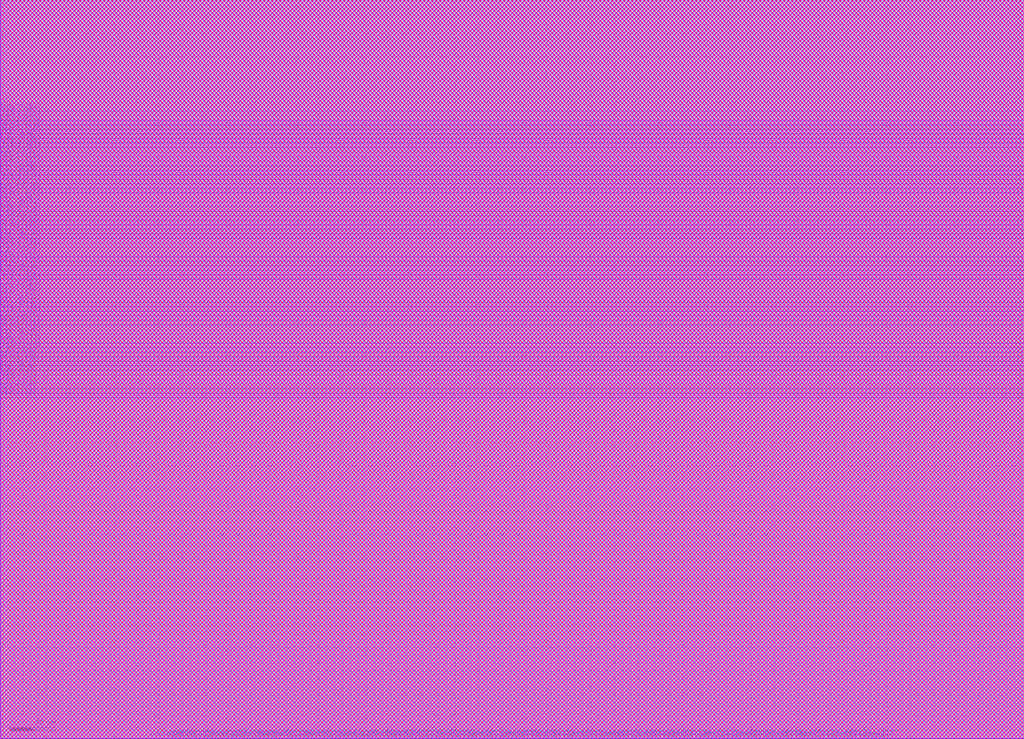
<source format=lef>
##
## LEF for PtnCells ;
## created by Innovus v15.23-s045_1 on Fri Mar 21 17:38:02 2025
##

VERSION 5.8 ;

BUSBITCHARS "[]" ;
DIVIDERCHAR "/" ;

MACRO core
  CLASS BLOCK ;
  SIZE 900.0000 BY 650.0000 ;
  FOREIGN core 0.0000 0.0000 ;
  ORIGIN 0 0 ;
  SYMMETRY X Y R90 ;
  PIN clk
    DIRECTION INPUT ;
    USE SIGNAL ;
    PORT
      LAYER M4 ;
        RECT 450.0500 649.4800 450.1500 650.0000 ;
    END
  END clk
  PIN clk_o
    DIRECTION INPUT ;
    USE SIGNAL ;
    PORT
      LAYER M4 ;
        RECT 454.0500 649.4800 454.1500 650.0000 ;
    END
  END clk_o
  PIN sum_out[23]
    DIRECTION OUTPUT ;
    USE SIGNAL ;
    PORT
      LAYER M4 ;
        RECT 742.0500 649.4800 742.1500 650.0000 ;
    END
  END sum_out[23]
  PIN sum_out[22]
    DIRECTION OUTPUT ;
    USE SIGNAL ;
    PORT
      LAYER M4 ;
        RECT 738.0500 649.4800 738.1500 650.0000 ;
    END
  END sum_out[22]
  PIN sum_out[21]
    DIRECTION OUTPUT ;
    USE SIGNAL ;
    PORT
      LAYER M4 ;
        RECT 734.0500 649.4800 734.1500 650.0000 ;
    END
  END sum_out[21]
  PIN sum_out[20]
    DIRECTION OUTPUT ;
    USE SIGNAL ;
    PORT
      LAYER M4 ;
        RECT 730.0500 649.4800 730.1500 650.0000 ;
    END
  END sum_out[20]
  PIN sum_out[19]
    DIRECTION OUTPUT ;
    USE SIGNAL ;
    PORT
      LAYER M4 ;
        RECT 726.0500 649.4800 726.1500 650.0000 ;
    END
  END sum_out[19]
  PIN sum_out[18]
    DIRECTION OUTPUT ;
    USE SIGNAL ;
    PORT
      LAYER M4 ;
        RECT 722.0500 649.4800 722.1500 650.0000 ;
    END
  END sum_out[18]
  PIN sum_out[17]
    DIRECTION OUTPUT ;
    USE SIGNAL ;
    PORT
      LAYER M4 ;
        RECT 718.0500 649.4800 718.1500 650.0000 ;
    END
  END sum_out[17]
  PIN sum_out[16]
    DIRECTION OUTPUT ;
    USE SIGNAL ;
    PORT
      LAYER M4 ;
        RECT 714.0500 649.4800 714.1500 650.0000 ;
    END
  END sum_out[16]
  PIN sum_out[15]
    DIRECTION OUTPUT ;
    USE SIGNAL ;
    PORT
      LAYER M4 ;
        RECT 710.0500 649.4800 710.1500 650.0000 ;
    END
  END sum_out[15]
  PIN sum_out[14]
    DIRECTION OUTPUT ;
    USE SIGNAL ;
    PORT
      LAYER M4 ;
        RECT 706.0500 649.4800 706.1500 650.0000 ;
    END
  END sum_out[14]
  PIN sum_out[13]
    DIRECTION OUTPUT ;
    USE SIGNAL ;
    PORT
      LAYER M4 ;
        RECT 702.0500 649.4800 702.1500 650.0000 ;
    END
  END sum_out[13]
  PIN sum_out[12]
    DIRECTION OUTPUT ;
    USE SIGNAL ;
    PORT
      LAYER M4 ;
        RECT 698.0500 649.4800 698.1500 650.0000 ;
    END
  END sum_out[12]
  PIN sum_out[11]
    DIRECTION OUTPUT ;
    USE SIGNAL ;
    PORT
      LAYER M4 ;
        RECT 694.0500 649.4800 694.1500 650.0000 ;
    END
  END sum_out[11]
  PIN sum_out[10]
    DIRECTION OUTPUT ;
    USE SIGNAL ;
    PORT
      LAYER M4 ;
        RECT 690.0500 649.4800 690.1500 650.0000 ;
    END
  END sum_out[10]
  PIN sum_out[9]
    DIRECTION OUTPUT ;
    USE SIGNAL ;
    PORT
      LAYER M4 ;
        RECT 686.0500 649.4800 686.1500 650.0000 ;
    END
  END sum_out[9]
  PIN sum_out[8]
    DIRECTION OUTPUT ;
    USE SIGNAL ;
    PORT
      LAYER M4 ;
        RECT 682.0500 649.4800 682.1500 650.0000 ;
    END
  END sum_out[8]
  PIN sum_out[7]
    DIRECTION OUTPUT ;
    USE SIGNAL ;
    PORT
      LAYER M4 ;
        RECT 678.0500 649.4800 678.1500 650.0000 ;
    END
  END sum_out[7]
  PIN sum_out[6]
    DIRECTION OUTPUT ;
    USE SIGNAL ;
    PORT
      LAYER M4 ;
        RECT 674.0500 649.4800 674.1500 650.0000 ;
    END
  END sum_out[6]
  PIN sum_out[5]
    DIRECTION OUTPUT ;
    USE SIGNAL ;
    PORT
      LAYER M4 ;
        RECT 670.0500 649.4800 670.1500 650.0000 ;
    END
  END sum_out[5]
  PIN sum_out[4]
    DIRECTION OUTPUT ;
    USE SIGNAL ;
    PORT
      LAYER M4 ;
        RECT 666.0500 649.4800 666.1500 650.0000 ;
    END
  END sum_out[4]
  PIN sum_out[3]
    DIRECTION OUTPUT ;
    USE SIGNAL ;
    PORT
      LAYER M4 ;
        RECT 662.0500 649.4800 662.1500 650.0000 ;
    END
  END sum_out[3]
  PIN sum_out[2]
    DIRECTION OUTPUT ;
    USE SIGNAL ;
    PORT
      LAYER M4 ;
        RECT 658.0500 649.4800 658.1500 650.0000 ;
    END
  END sum_out[2]
  PIN sum_out[1]
    DIRECTION OUTPUT ;
    USE SIGNAL ;
    PORT
      LAYER M4 ;
        RECT 654.0500 649.4800 654.1500 650.0000 ;
    END
  END sum_out[1]
  PIN sum_out[0]
    DIRECTION OUTPUT ;
    USE SIGNAL ;
    PORT
      LAYER M4 ;
        RECT 650.0500 649.4800 650.1500 650.0000 ;
    END
  END sum_out[0]
  PIN sum_in[23]
    DIRECTION INPUT ;
    USE SIGNAL ;
    PORT
      LAYER M4 ;
        RECT 646.0500 649.4800 646.1500 650.0000 ;
    END
  END sum_in[23]
  PIN sum_in[22]
    DIRECTION INPUT ;
    USE SIGNAL ;
    PORT
      LAYER M4 ;
        RECT 642.0500 649.4800 642.1500 650.0000 ;
    END
  END sum_in[22]
  PIN sum_in[21]
    DIRECTION INPUT ;
    USE SIGNAL ;
    PORT
      LAYER M4 ;
        RECT 638.0500 649.4800 638.1500 650.0000 ;
    END
  END sum_in[21]
  PIN sum_in[20]
    DIRECTION INPUT ;
    USE SIGNAL ;
    PORT
      LAYER M4 ;
        RECT 634.0500 649.4800 634.1500 650.0000 ;
    END
  END sum_in[20]
  PIN sum_in[19]
    DIRECTION INPUT ;
    USE SIGNAL ;
    PORT
      LAYER M4 ;
        RECT 630.0500 649.4800 630.1500 650.0000 ;
    END
  END sum_in[19]
  PIN sum_in[18]
    DIRECTION INPUT ;
    USE SIGNAL ;
    PORT
      LAYER M4 ;
        RECT 626.0500 649.4800 626.1500 650.0000 ;
    END
  END sum_in[18]
  PIN sum_in[17]
    DIRECTION INPUT ;
    USE SIGNAL ;
    PORT
      LAYER M4 ;
        RECT 622.0500 649.4800 622.1500 650.0000 ;
    END
  END sum_in[17]
  PIN sum_in[16]
    DIRECTION INPUT ;
    USE SIGNAL ;
    PORT
      LAYER M4 ;
        RECT 618.0500 649.4800 618.1500 650.0000 ;
    END
  END sum_in[16]
  PIN sum_in[15]
    DIRECTION INPUT ;
    USE SIGNAL ;
    PORT
      LAYER M4 ;
        RECT 614.0500 649.4800 614.1500 650.0000 ;
    END
  END sum_in[15]
  PIN sum_in[14]
    DIRECTION INPUT ;
    USE SIGNAL ;
    PORT
      LAYER M4 ;
        RECT 610.0500 649.4800 610.1500 650.0000 ;
    END
  END sum_in[14]
  PIN sum_in[13]
    DIRECTION INPUT ;
    USE SIGNAL ;
    PORT
      LAYER M4 ;
        RECT 606.0500 649.4800 606.1500 650.0000 ;
    END
  END sum_in[13]
  PIN sum_in[12]
    DIRECTION INPUT ;
    USE SIGNAL ;
    PORT
      LAYER M4 ;
        RECT 602.0500 649.4800 602.1500 650.0000 ;
    END
  END sum_in[12]
  PIN sum_in[11]
    DIRECTION INPUT ;
    USE SIGNAL ;
    PORT
      LAYER M4 ;
        RECT 598.0500 649.4800 598.1500 650.0000 ;
    END
  END sum_in[11]
  PIN sum_in[10]
    DIRECTION INPUT ;
    USE SIGNAL ;
    PORT
      LAYER M4 ;
        RECT 594.0500 649.4800 594.1500 650.0000 ;
    END
  END sum_in[10]
  PIN sum_in[9]
    DIRECTION INPUT ;
    USE SIGNAL ;
    PORT
      LAYER M4 ;
        RECT 590.0500 649.4800 590.1500 650.0000 ;
    END
  END sum_in[9]
  PIN sum_in[8]
    DIRECTION INPUT ;
    USE SIGNAL ;
    PORT
      LAYER M4 ;
        RECT 586.0500 649.4800 586.1500 650.0000 ;
    END
  END sum_in[8]
  PIN sum_in[7]
    DIRECTION INPUT ;
    USE SIGNAL ;
    PORT
      LAYER M4 ;
        RECT 582.0500 649.4800 582.1500 650.0000 ;
    END
  END sum_in[7]
  PIN sum_in[6]
    DIRECTION INPUT ;
    USE SIGNAL ;
    PORT
      LAYER M4 ;
        RECT 578.0500 649.4800 578.1500 650.0000 ;
    END
  END sum_in[6]
  PIN sum_in[5]
    DIRECTION INPUT ;
    USE SIGNAL ;
    PORT
      LAYER M4 ;
        RECT 574.0500 649.4800 574.1500 650.0000 ;
    END
  END sum_in[5]
  PIN sum_in[4]
    DIRECTION INPUT ;
    USE SIGNAL ;
    PORT
      LAYER M4 ;
        RECT 570.0500 649.4800 570.1500 650.0000 ;
    END
  END sum_in[4]
  PIN sum_in[3]
    DIRECTION INPUT ;
    USE SIGNAL ;
    PORT
      LAYER M4 ;
        RECT 566.0500 649.4800 566.1500 650.0000 ;
    END
  END sum_in[3]
  PIN sum_in[2]
    DIRECTION INPUT ;
    USE SIGNAL ;
    PORT
      LAYER M4 ;
        RECT 562.0500 649.4800 562.1500 650.0000 ;
    END
  END sum_in[2]
  PIN sum_in[1]
    DIRECTION INPUT ;
    USE SIGNAL ;
    PORT
      LAYER M4 ;
        RECT 558.0500 649.4800 558.1500 650.0000 ;
    END
  END sum_in[1]
  PIN sum_in[0]
    DIRECTION INPUT ;
    USE SIGNAL ;
    PORT
      LAYER M4 ;
        RECT 554.0500 649.4800 554.1500 650.0000 ;
    END
  END sum_in[0]
  PIN mem_in[63]
    DIRECTION INPUT ;
    USE SIGNAL ;
    PORT
      LAYER M3 ;
        RECT 0.0000 551.9500 0.5200 552.0500 ;
    END
  END mem_in[63]
  PIN mem_in[62]
    DIRECTION INPUT ;
    USE SIGNAL ;
    PORT
      LAYER M3 ;
        RECT 0.0000 547.9500 0.5200 548.0500 ;
    END
  END mem_in[62]
  PIN mem_in[61]
    DIRECTION INPUT ;
    USE SIGNAL ;
    PORT
      LAYER M3 ;
        RECT 0.0000 543.9500 0.5200 544.0500 ;
    END
  END mem_in[61]
  PIN mem_in[60]
    DIRECTION INPUT ;
    USE SIGNAL ;
    PORT
      LAYER M3 ;
        RECT 0.0000 539.9500 0.5200 540.0500 ;
    END
  END mem_in[60]
  PIN mem_in[59]
    DIRECTION INPUT ;
    USE SIGNAL ;
    PORT
      LAYER M3 ;
        RECT 0.0000 535.9500 0.5200 536.0500 ;
    END
  END mem_in[59]
  PIN mem_in[58]
    DIRECTION INPUT ;
    USE SIGNAL ;
    PORT
      LAYER M3 ;
        RECT 0.0000 531.9500 0.5200 532.0500 ;
    END
  END mem_in[58]
  PIN mem_in[57]
    DIRECTION INPUT ;
    USE SIGNAL ;
    PORT
      LAYER M3 ;
        RECT 0.0000 527.9500 0.5200 528.0500 ;
    END
  END mem_in[57]
  PIN mem_in[56]
    DIRECTION INPUT ;
    USE SIGNAL ;
    PORT
      LAYER M3 ;
        RECT 0.0000 523.9500 0.5200 524.0500 ;
    END
  END mem_in[56]
  PIN mem_in[55]
    DIRECTION INPUT ;
    USE SIGNAL ;
    PORT
      LAYER M3 ;
        RECT 0.0000 519.9500 0.5200 520.0500 ;
    END
  END mem_in[55]
  PIN mem_in[54]
    DIRECTION INPUT ;
    USE SIGNAL ;
    PORT
      LAYER M3 ;
        RECT 0.0000 515.9500 0.5200 516.0500 ;
    END
  END mem_in[54]
  PIN mem_in[53]
    DIRECTION INPUT ;
    USE SIGNAL ;
    PORT
      LAYER M3 ;
        RECT 0.0000 511.9500 0.5200 512.0500 ;
    END
  END mem_in[53]
  PIN mem_in[52]
    DIRECTION INPUT ;
    USE SIGNAL ;
    PORT
      LAYER M3 ;
        RECT 0.0000 507.9500 0.5200 508.0500 ;
    END
  END mem_in[52]
  PIN mem_in[51]
    DIRECTION INPUT ;
    USE SIGNAL ;
    PORT
      LAYER M3 ;
        RECT 0.0000 503.9500 0.5200 504.0500 ;
    END
  END mem_in[51]
  PIN mem_in[50]
    DIRECTION INPUT ;
    USE SIGNAL ;
    PORT
      LAYER M3 ;
        RECT 0.0000 499.9500 0.5200 500.0500 ;
    END
  END mem_in[50]
  PIN mem_in[49]
    DIRECTION INPUT ;
    USE SIGNAL ;
    PORT
      LAYER M3 ;
        RECT 0.0000 495.9500 0.5200 496.0500 ;
    END
  END mem_in[49]
  PIN mem_in[48]
    DIRECTION INPUT ;
    USE SIGNAL ;
    PORT
      LAYER M3 ;
        RECT 0.0000 491.9500 0.5200 492.0500 ;
    END
  END mem_in[48]
  PIN mem_in[47]
    DIRECTION INPUT ;
    USE SIGNAL ;
    PORT
      LAYER M3 ;
        RECT 0.0000 487.9500 0.5200 488.0500 ;
    END
  END mem_in[47]
  PIN mem_in[46]
    DIRECTION INPUT ;
    USE SIGNAL ;
    PORT
      LAYER M3 ;
        RECT 0.0000 483.9500 0.5200 484.0500 ;
    END
  END mem_in[46]
  PIN mem_in[45]
    DIRECTION INPUT ;
    USE SIGNAL ;
    PORT
      LAYER M3 ;
        RECT 0.0000 479.9500 0.5200 480.0500 ;
    END
  END mem_in[45]
  PIN mem_in[44]
    DIRECTION INPUT ;
    USE SIGNAL ;
    PORT
      LAYER M3 ;
        RECT 0.0000 475.9500 0.5200 476.0500 ;
    END
  END mem_in[44]
  PIN mem_in[43]
    DIRECTION INPUT ;
    USE SIGNAL ;
    PORT
      LAYER M3 ;
        RECT 0.0000 471.9500 0.5200 472.0500 ;
    END
  END mem_in[43]
  PIN mem_in[42]
    DIRECTION INPUT ;
    USE SIGNAL ;
    PORT
      LAYER M3 ;
        RECT 0.0000 467.9500 0.5200 468.0500 ;
    END
  END mem_in[42]
  PIN mem_in[41]
    DIRECTION INPUT ;
    USE SIGNAL ;
    PORT
      LAYER M3 ;
        RECT 0.0000 463.9500 0.5200 464.0500 ;
    END
  END mem_in[41]
  PIN mem_in[40]
    DIRECTION INPUT ;
    USE SIGNAL ;
    PORT
      LAYER M3 ;
        RECT 0.0000 459.9500 0.5200 460.0500 ;
    END
  END mem_in[40]
  PIN mem_in[39]
    DIRECTION INPUT ;
    USE SIGNAL ;
    PORT
      LAYER M3 ;
        RECT 0.0000 455.9500 0.5200 456.0500 ;
    END
  END mem_in[39]
  PIN mem_in[38]
    DIRECTION INPUT ;
    USE SIGNAL ;
    PORT
      LAYER M3 ;
        RECT 0.0000 451.9500 0.5200 452.0500 ;
    END
  END mem_in[38]
  PIN mem_in[37]
    DIRECTION INPUT ;
    USE SIGNAL ;
    PORT
      LAYER M3 ;
        RECT 0.0000 447.9500 0.5200 448.0500 ;
    END
  END mem_in[37]
  PIN mem_in[36]
    DIRECTION INPUT ;
    USE SIGNAL ;
    PORT
      LAYER M3 ;
        RECT 0.0000 443.9500 0.5200 444.0500 ;
    END
  END mem_in[36]
  PIN mem_in[35]
    DIRECTION INPUT ;
    USE SIGNAL ;
    PORT
      LAYER M3 ;
        RECT 0.0000 439.9500 0.5200 440.0500 ;
    END
  END mem_in[35]
  PIN mem_in[34]
    DIRECTION INPUT ;
    USE SIGNAL ;
    PORT
      LAYER M3 ;
        RECT 0.0000 435.9500 0.5200 436.0500 ;
    END
  END mem_in[34]
  PIN mem_in[33]
    DIRECTION INPUT ;
    USE SIGNAL ;
    PORT
      LAYER M3 ;
        RECT 0.0000 431.9500 0.5200 432.0500 ;
    END
  END mem_in[33]
  PIN mem_in[32]
    DIRECTION INPUT ;
    USE SIGNAL ;
    PORT
      LAYER M3 ;
        RECT 0.0000 427.9500 0.5200 428.0500 ;
    END
  END mem_in[32]
  PIN mem_in[31]
    DIRECTION INPUT ;
    USE SIGNAL ;
    PORT
      LAYER M3 ;
        RECT 0.0000 423.9500 0.5200 424.0500 ;
    END
  END mem_in[31]
  PIN mem_in[30]
    DIRECTION INPUT ;
    USE SIGNAL ;
    PORT
      LAYER M3 ;
        RECT 0.0000 419.9500 0.5200 420.0500 ;
    END
  END mem_in[30]
  PIN mem_in[29]
    DIRECTION INPUT ;
    USE SIGNAL ;
    PORT
      LAYER M3 ;
        RECT 0.0000 415.9500 0.5200 416.0500 ;
    END
  END mem_in[29]
  PIN mem_in[28]
    DIRECTION INPUT ;
    USE SIGNAL ;
    PORT
      LAYER M3 ;
        RECT 0.0000 411.9500 0.5200 412.0500 ;
    END
  END mem_in[28]
  PIN mem_in[27]
    DIRECTION INPUT ;
    USE SIGNAL ;
    PORT
      LAYER M3 ;
        RECT 0.0000 407.9500 0.5200 408.0500 ;
    END
  END mem_in[27]
  PIN mem_in[26]
    DIRECTION INPUT ;
    USE SIGNAL ;
    PORT
      LAYER M3 ;
        RECT 0.0000 403.9500 0.5200 404.0500 ;
    END
  END mem_in[26]
  PIN mem_in[25]
    DIRECTION INPUT ;
    USE SIGNAL ;
    PORT
      LAYER M3 ;
        RECT 0.0000 399.9500 0.5200 400.0500 ;
    END
  END mem_in[25]
  PIN mem_in[24]
    DIRECTION INPUT ;
    USE SIGNAL ;
    PORT
      LAYER M3 ;
        RECT 0.0000 395.9500 0.5200 396.0500 ;
    END
  END mem_in[24]
  PIN mem_in[23]
    DIRECTION INPUT ;
    USE SIGNAL ;
    PORT
      LAYER M3 ;
        RECT 0.0000 391.9500 0.5200 392.0500 ;
    END
  END mem_in[23]
  PIN mem_in[22]
    DIRECTION INPUT ;
    USE SIGNAL ;
    PORT
      LAYER M3 ;
        RECT 0.0000 387.9500 0.5200 388.0500 ;
    END
  END mem_in[22]
  PIN mem_in[21]
    DIRECTION INPUT ;
    USE SIGNAL ;
    PORT
      LAYER M3 ;
        RECT 0.0000 383.9500 0.5200 384.0500 ;
    END
  END mem_in[21]
  PIN mem_in[20]
    DIRECTION INPUT ;
    USE SIGNAL ;
    PORT
      LAYER M3 ;
        RECT 0.0000 379.9500 0.5200 380.0500 ;
    END
  END mem_in[20]
  PIN mem_in[19]
    DIRECTION INPUT ;
    USE SIGNAL ;
    PORT
      LAYER M3 ;
        RECT 0.0000 375.9500 0.5200 376.0500 ;
    END
  END mem_in[19]
  PIN mem_in[18]
    DIRECTION INPUT ;
    USE SIGNAL ;
    PORT
      LAYER M3 ;
        RECT 0.0000 371.9500 0.5200 372.0500 ;
    END
  END mem_in[18]
  PIN mem_in[17]
    DIRECTION INPUT ;
    USE SIGNAL ;
    PORT
      LAYER M3 ;
        RECT 0.0000 367.9500 0.5200 368.0500 ;
    END
  END mem_in[17]
  PIN mem_in[16]
    DIRECTION INPUT ;
    USE SIGNAL ;
    PORT
      LAYER M3 ;
        RECT 0.0000 363.9500 0.5200 364.0500 ;
    END
  END mem_in[16]
  PIN mem_in[15]
    DIRECTION INPUT ;
    USE SIGNAL ;
    PORT
      LAYER M3 ;
        RECT 0.0000 359.9500 0.5200 360.0500 ;
    END
  END mem_in[15]
  PIN mem_in[14]
    DIRECTION INPUT ;
    USE SIGNAL ;
    PORT
      LAYER M3 ;
        RECT 0.0000 355.9500 0.5200 356.0500 ;
    END
  END mem_in[14]
  PIN mem_in[13]
    DIRECTION INPUT ;
    USE SIGNAL ;
    PORT
      LAYER M3 ;
        RECT 0.0000 351.9500 0.5200 352.0500 ;
    END
  END mem_in[13]
  PIN mem_in[12]
    DIRECTION INPUT ;
    USE SIGNAL ;
    PORT
      LAYER M3 ;
        RECT 0.0000 347.9500 0.5200 348.0500 ;
    END
  END mem_in[12]
  PIN mem_in[11]
    DIRECTION INPUT ;
    USE SIGNAL ;
    PORT
      LAYER M3 ;
        RECT 0.0000 343.9500 0.5200 344.0500 ;
    END
  END mem_in[11]
  PIN mem_in[10]
    DIRECTION INPUT ;
    USE SIGNAL ;
    PORT
      LAYER M3 ;
        RECT 0.0000 339.9500 0.5200 340.0500 ;
    END
  END mem_in[10]
  PIN mem_in[9]
    DIRECTION INPUT ;
    USE SIGNAL ;
    PORT
      LAYER M3 ;
        RECT 0.0000 335.9500 0.5200 336.0500 ;
    END
  END mem_in[9]
  PIN mem_in[8]
    DIRECTION INPUT ;
    USE SIGNAL ;
    PORT
      LAYER M3 ;
        RECT 0.0000 331.9500 0.5200 332.0500 ;
    END
  END mem_in[8]
  PIN mem_in[7]
    DIRECTION INPUT ;
    USE SIGNAL ;
    PORT
      LAYER M3 ;
        RECT 0.0000 327.9500 0.5200 328.0500 ;
    END
  END mem_in[7]
  PIN mem_in[6]
    DIRECTION INPUT ;
    USE SIGNAL ;
    PORT
      LAYER M3 ;
        RECT 0.0000 323.9500 0.5200 324.0500 ;
    END
  END mem_in[6]
  PIN mem_in[5]
    DIRECTION INPUT ;
    USE SIGNAL ;
    PORT
      LAYER M3 ;
        RECT 0.0000 319.9500 0.5200 320.0500 ;
    END
  END mem_in[5]
  PIN mem_in[4]
    DIRECTION INPUT ;
    USE SIGNAL ;
    PORT
      LAYER M3 ;
        RECT 0.0000 315.9500 0.5200 316.0500 ;
    END
  END mem_in[4]
  PIN mem_in[3]
    DIRECTION INPUT ;
    USE SIGNAL ;
    PORT
      LAYER M3 ;
        RECT 0.0000 311.9500 0.5200 312.0500 ;
    END
  END mem_in[3]
  PIN mem_in[2]
    DIRECTION INPUT ;
    USE SIGNAL ;
    PORT
      LAYER M3 ;
        RECT 0.0000 307.9500 0.5200 308.0500 ;
    END
  END mem_in[2]
  PIN mem_in[1]
    DIRECTION INPUT ;
    USE SIGNAL ;
    PORT
      LAYER M3 ;
        RECT 0.0000 303.9500 0.5200 304.0500 ;
    END
  END mem_in[1]
  PIN mem_in[0]
    DIRECTION INPUT ;
    USE SIGNAL ;
    PORT
      LAYER M3 ;
        RECT 0.0000 299.9500 0.5200 300.0500 ;
    END
  END mem_in[0]
  PIN out[159]
    DIRECTION OUTPUT ;
    USE SIGNAL ;
    PORT
      LAYER M4 ;
        RECT 131.8500 0.0000 131.9500 0.5200 ;
    END
  END out[159]
  PIN out[158]
    DIRECTION OUTPUT ;
    USE SIGNAL ;
    PORT
      LAYER M4 ;
        RECT 135.8500 0.0000 135.9500 0.5200 ;
    END
  END out[158]
  PIN out[157]
    DIRECTION OUTPUT ;
    USE SIGNAL ;
    PORT
      LAYER M4 ;
        RECT 139.8500 0.0000 139.9500 0.5200 ;
    END
  END out[157]
  PIN out[156]
    DIRECTION OUTPUT ;
    USE SIGNAL ;
    PORT
      LAYER M4 ;
        RECT 143.8500 0.0000 143.9500 0.5200 ;
    END
  END out[156]
  PIN out[155]
    DIRECTION OUTPUT ;
    USE SIGNAL ;
    PORT
      LAYER M4 ;
        RECT 147.8500 0.0000 147.9500 0.5200 ;
    END
  END out[155]
  PIN out[154]
    DIRECTION OUTPUT ;
    USE SIGNAL ;
    PORT
      LAYER M4 ;
        RECT 151.8500 0.0000 151.9500 0.5200 ;
    END
  END out[154]
  PIN out[153]
    DIRECTION OUTPUT ;
    USE SIGNAL ;
    PORT
      LAYER M4 ;
        RECT 155.8500 0.0000 155.9500 0.5200 ;
    END
  END out[153]
  PIN out[152]
    DIRECTION OUTPUT ;
    USE SIGNAL ;
    PORT
      LAYER M4 ;
        RECT 159.8500 0.0000 159.9500 0.5200 ;
    END
  END out[152]
  PIN out[151]
    DIRECTION OUTPUT ;
    USE SIGNAL ;
    PORT
      LAYER M4 ;
        RECT 163.8500 0.0000 163.9500 0.5200 ;
    END
  END out[151]
  PIN out[150]
    DIRECTION OUTPUT ;
    USE SIGNAL ;
    PORT
      LAYER M4 ;
        RECT 167.8500 0.0000 167.9500 0.5200 ;
    END
  END out[150]
  PIN out[149]
    DIRECTION OUTPUT ;
    USE SIGNAL ;
    PORT
      LAYER M4 ;
        RECT 171.8500 0.0000 171.9500 0.5200 ;
    END
  END out[149]
  PIN out[148]
    DIRECTION OUTPUT ;
    USE SIGNAL ;
    PORT
      LAYER M4 ;
        RECT 175.8500 0.0000 175.9500 0.5200 ;
    END
  END out[148]
  PIN out[147]
    DIRECTION OUTPUT ;
    USE SIGNAL ;
    PORT
      LAYER M4 ;
        RECT 179.8500 0.0000 179.9500 0.5200 ;
    END
  END out[147]
  PIN out[146]
    DIRECTION OUTPUT ;
    USE SIGNAL ;
    PORT
      LAYER M4 ;
        RECT 183.8500 0.0000 183.9500 0.5200 ;
    END
  END out[146]
  PIN out[145]
    DIRECTION OUTPUT ;
    USE SIGNAL ;
    PORT
      LAYER M4 ;
        RECT 187.8500 0.0000 187.9500 0.5200 ;
    END
  END out[145]
  PIN out[144]
    DIRECTION OUTPUT ;
    USE SIGNAL ;
    PORT
      LAYER M4 ;
        RECT 191.8500 0.0000 191.9500 0.5200 ;
    END
  END out[144]
  PIN out[143]
    DIRECTION OUTPUT ;
    USE SIGNAL ;
    PORT
      LAYER M4 ;
        RECT 195.8500 0.0000 195.9500 0.5200 ;
    END
  END out[143]
  PIN out[142]
    DIRECTION OUTPUT ;
    USE SIGNAL ;
    PORT
      LAYER M4 ;
        RECT 199.8500 0.0000 199.9500 0.5200 ;
    END
  END out[142]
  PIN out[141]
    DIRECTION OUTPUT ;
    USE SIGNAL ;
    PORT
      LAYER M4 ;
        RECT 203.8500 0.0000 203.9500 0.5200 ;
    END
  END out[141]
  PIN out[140]
    DIRECTION OUTPUT ;
    USE SIGNAL ;
    PORT
      LAYER M4 ;
        RECT 207.8500 0.0000 207.9500 0.5200 ;
    END
  END out[140]
  PIN out[139]
    DIRECTION OUTPUT ;
    USE SIGNAL ;
    PORT
      LAYER M4 ;
        RECT 211.8500 0.0000 211.9500 0.5200 ;
    END
  END out[139]
  PIN out[138]
    DIRECTION OUTPUT ;
    USE SIGNAL ;
    PORT
      LAYER M4 ;
        RECT 215.8500 0.0000 215.9500 0.5200 ;
    END
  END out[138]
  PIN out[137]
    DIRECTION OUTPUT ;
    USE SIGNAL ;
    PORT
      LAYER M4 ;
        RECT 219.8500 0.0000 219.9500 0.5200 ;
    END
  END out[137]
  PIN out[136]
    DIRECTION OUTPUT ;
    USE SIGNAL ;
    PORT
      LAYER M4 ;
        RECT 223.8500 0.0000 223.9500 0.5200 ;
    END
  END out[136]
  PIN out[135]
    DIRECTION OUTPUT ;
    USE SIGNAL ;
    PORT
      LAYER M4 ;
        RECT 227.8500 0.0000 227.9500 0.5200 ;
    END
  END out[135]
  PIN out[134]
    DIRECTION OUTPUT ;
    USE SIGNAL ;
    PORT
      LAYER M4 ;
        RECT 231.8500 0.0000 231.9500 0.5200 ;
    END
  END out[134]
  PIN out[133]
    DIRECTION OUTPUT ;
    USE SIGNAL ;
    PORT
      LAYER M4 ;
        RECT 235.8500 0.0000 235.9500 0.5200 ;
    END
  END out[133]
  PIN out[132]
    DIRECTION OUTPUT ;
    USE SIGNAL ;
    PORT
      LAYER M4 ;
        RECT 239.8500 0.0000 239.9500 0.5200 ;
    END
  END out[132]
  PIN out[131]
    DIRECTION OUTPUT ;
    USE SIGNAL ;
    PORT
      LAYER M4 ;
        RECT 243.8500 0.0000 243.9500 0.5200 ;
    END
  END out[131]
  PIN out[130]
    DIRECTION OUTPUT ;
    USE SIGNAL ;
    PORT
      LAYER M4 ;
        RECT 247.8500 0.0000 247.9500 0.5200 ;
    END
  END out[130]
  PIN out[129]
    DIRECTION OUTPUT ;
    USE SIGNAL ;
    PORT
      LAYER M4 ;
        RECT 251.8500 0.0000 251.9500 0.5200 ;
    END
  END out[129]
  PIN out[128]
    DIRECTION OUTPUT ;
    USE SIGNAL ;
    PORT
      LAYER M4 ;
        RECT 255.8500 0.0000 255.9500 0.5200 ;
    END
  END out[128]
  PIN out[127]
    DIRECTION OUTPUT ;
    USE SIGNAL ;
    PORT
      LAYER M4 ;
        RECT 259.8500 0.0000 259.9500 0.5200 ;
    END
  END out[127]
  PIN out[126]
    DIRECTION OUTPUT ;
    USE SIGNAL ;
    PORT
      LAYER M4 ;
        RECT 263.8500 0.0000 263.9500 0.5200 ;
    END
  END out[126]
  PIN out[125]
    DIRECTION OUTPUT ;
    USE SIGNAL ;
    PORT
      LAYER M4 ;
        RECT 267.8500 0.0000 267.9500 0.5200 ;
    END
  END out[125]
  PIN out[124]
    DIRECTION OUTPUT ;
    USE SIGNAL ;
    PORT
      LAYER M4 ;
        RECT 271.8500 0.0000 271.9500 0.5200 ;
    END
  END out[124]
  PIN out[123]
    DIRECTION OUTPUT ;
    USE SIGNAL ;
    PORT
      LAYER M4 ;
        RECT 275.8500 0.0000 275.9500 0.5200 ;
    END
  END out[123]
  PIN out[122]
    DIRECTION OUTPUT ;
    USE SIGNAL ;
    PORT
      LAYER M4 ;
        RECT 279.8500 0.0000 279.9500 0.5200 ;
    END
  END out[122]
  PIN out[121]
    DIRECTION OUTPUT ;
    USE SIGNAL ;
    PORT
      LAYER M4 ;
        RECT 283.8500 0.0000 283.9500 0.5200 ;
    END
  END out[121]
  PIN out[120]
    DIRECTION OUTPUT ;
    USE SIGNAL ;
    PORT
      LAYER M4 ;
        RECT 287.8500 0.0000 287.9500 0.5200 ;
    END
  END out[120]
  PIN out[119]
    DIRECTION OUTPUT ;
    USE SIGNAL ;
    PORT
      LAYER M4 ;
        RECT 291.8500 0.0000 291.9500 0.5200 ;
    END
  END out[119]
  PIN out[118]
    DIRECTION OUTPUT ;
    USE SIGNAL ;
    PORT
      LAYER M4 ;
        RECT 295.8500 0.0000 295.9500 0.5200 ;
    END
  END out[118]
  PIN out[117]
    DIRECTION OUTPUT ;
    USE SIGNAL ;
    PORT
      LAYER M4 ;
        RECT 299.8500 0.0000 299.9500 0.5200 ;
    END
  END out[117]
  PIN out[116]
    DIRECTION OUTPUT ;
    USE SIGNAL ;
    PORT
      LAYER M4 ;
        RECT 303.8500 0.0000 303.9500 0.5200 ;
    END
  END out[116]
  PIN out[115]
    DIRECTION OUTPUT ;
    USE SIGNAL ;
    PORT
      LAYER M4 ;
        RECT 307.8500 0.0000 307.9500 0.5200 ;
    END
  END out[115]
  PIN out[114]
    DIRECTION OUTPUT ;
    USE SIGNAL ;
    PORT
      LAYER M4 ;
        RECT 311.8500 0.0000 311.9500 0.5200 ;
    END
  END out[114]
  PIN out[113]
    DIRECTION OUTPUT ;
    USE SIGNAL ;
    PORT
      LAYER M4 ;
        RECT 315.8500 0.0000 315.9500 0.5200 ;
    END
  END out[113]
  PIN out[112]
    DIRECTION OUTPUT ;
    USE SIGNAL ;
    PORT
      LAYER M4 ;
        RECT 319.8500 0.0000 319.9500 0.5200 ;
    END
  END out[112]
  PIN out[111]
    DIRECTION OUTPUT ;
    USE SIGNAL ;
    PORT
      LAYER M4 ;
        RECT 323.8500 0.0000 323.9500 0.5200 ;
    END
  END out[111]
  PIN out[110]
    DIRECTION OUTPUT ;
    USE SIGNAL ;
    PORT
      LAYER M4 ;
        RECT 327.8500 0.0000 327.9500 0.5200 ;
    END
  END out[110]
  PIN out[109]
    DIRECTION OUTPUT ;
    USE SIGNAL ;
    PORT
      LAYER M4 ;
        RECT 331.8500 0.0000 331.9500 0.5200 ;
    END
  END out[109]
  PIN out[108]
    DIRECTION OUTPUT ;
    USE SIGNAL ;
    PORT
      LAYER M4 ;
        RECT 335.8500 0.0000 335.9500 0.5200 ;
    END
  END out[108]
  PIN out[107]
    DIRECTION OUTPUT ;
    USE SIGNAL ;
    PORT
      LAYER M4 ;
        RECT 339.8500 0.0000 339.9500 0.5200 ;
    END
  END out[107]
  PIN out[106]
    DIRECTION OUTPUT ;
    USE SIGNAL ;
    PORT
      LAYER M4 ;
        RECT 343.8500 0.0000 343.9500 0.5200 ;
    END
  END out[106]
  PIN out[105]
    DIRECTION OUTPUT ;
    USE SIGNAL ;
    PORT
      LAYER M4 ;
        RECT 347.8500 0.0000 347.9500 0.5200 ;
    END
  END out[105]
  PIN out[104]
    DIRECTION OUTPUT ;
    USE SIGNAL ;
    PORT
      LAYER M4 ;
        RECT 351.8500 0.0000 351.9500 0.5200 ;
    END
  END out[104]
  PIN out[103]
    DIRECTION OUTPUT ;
    USE SIGNAL ;
    PORT
      LAYER M4 ;
        RECT 355.8500 0.0000 355.9500 0.5200 ;
    END
  END out[103]
  PIN out[102]
    DIRECTION OUTPUT ;
    USE SIGNAL ;
    PORT
      LAYER M4 ;
        RECT 359.8500 0.0000 359.9500 0.5200 ;
    END
  END out[102]
  PIN out[101]
    DIRECTION OUTPUT ;
    USE SIGNAL ;
    PORT
      LAYER M4 ;
        RECT 363.8500 0.0000 363.9500 0.5200 ;
    END
  END out[101]
  PIN out[100]
    DIRECTION OUTPUT ;
    USE SIGNAL ;
    PORT
      LAYER M4 ;
        RECT 367.8500 0.0000 367.9500 0.5200 ;
    END
  END out[100]
  PIN out[99]
    DIRECTION OUTPUT ;
    USE SIGNAL ;
    PORT
      LAYER M4 ;
        RECT 371.8500 0.0000 371.9500 0.5200 ;
    END
  END out[99]
  PIN out[98]
    DIRECTION OUTPUT ;
    USE SIGNAL ;
    PORT
      LAYER M4 ;
        RECT 375.8500 0.0000 375.9500 0.5200 ;
    END
  END out[98]
  PIN out[97]
    DIRECTION OUTPUT ;
    USE SIGNAL ;
    PORT
      LAYER M4 ;
        RECT 379.8500 0.0000 379.9500 0.5200 ;
    END
  END out[97]
  PIN out[96]
    DIRECTION OUTPUT ;
    USE SIGNAL ;
    PORT
      LAYER M4 ;
        RECT 383.8500 0.0000 383.9500 0.5200 ;
    END
  END out[96]
  PIN out[95]
    DIRECTION OUTPUT ;
    USE SIGNAL ;
    PORT
      LAYER M4 ;
        RECT 387.8500 0.0000 387.9500 0.5200 ;
    END
  END out[95]
  PIN out[94]
    DIRECTION OUTPUT ;
    USE SIGNAL ;
    PORT
      LAYER M4 ;
        RECT 391.8500 0.0000 391.9500 0.5200 ;
    END
  END out[94]
  PIN out[93]
    DIRECTION OUTPUT ;
    USE SIGNAL ;
    PORT
      LAYER M4 ;
        RECT 395.8500 0.0000 395.9500 0.5200 ;
    END
  END out[93]
  PIN out[92]
    DIRECTION OUTPUT ;
    USE SIGNAL ;
    PORT
      LAYER M4 ;
        RECT 399.8500 0.0000 399.9500 0.5200 ;
    END
  END out[92]
  PIN out[91]
    DIRECTION OUTPUT ;
    USE SIGNAL ;
    PORT
      LAYER M4 ;
        RECT 403.8500 0.0000 403.9500 0.5200 ;
    END
  END out[91]
  PIN out[90]
    DIRECTION OUTPUT ;
    USE SIGNAL ;
    PORT
      LAYER M4 ;
        RECT 407.8500 0.0000 407.9500 0.5200 ;
    END
  END out[90]
  PIN out[89]
    DIRECTION OUTPUT ;
    USE SIGNAL ;
    PORT
      LAYER M4 ;
        RECT 411.8500 0.0000 411.9500 0.5200 ;
    END
  END out[89]
  PIN out[88]
    DIRECTION OUTPUT ;
    USE SIGNAL ;
    PORT
      LAYER M4 ;
        RECT 415.8500 0.0000 415.9500 0.5200 ;
    END
  END out[88]
  PIN out[87]
    DIRECTION OUTPUT ;
    USE SIGNAL ;
    PORT
      LAYER M4 ;
        RECT 419.8500 0.0000 419.9500 0.5200 ;
    END
  END out[87]
  PIN out[86]
    DIRECTION OUTPUT ;
    USE SIGNAL ;
    PORT
      LAYER M4 ;
        RECT 423.8500 0.0000 423.9500 0.5200 ;
    END
  END out[86]
  PIN out[85]
    DIRECTION OUTPUT ;
    USE SIGNAL ;
    PORT
      LAYER M4 ;
        RECT 427.8500 0.0000 427.9500 0.5200 ;
    END
  END out[85]
  PIN out[84]
    DIRECTION OUTPUT ;
    USE SIGNAL ;
    PORT
      LAYER M4 ;
        RECT 431.8500 0.0000 431.9500 0.5200 ;
    END
  END out[84]
  PIN out[83]
    DIRECTION OUTPUT ;
    USE SIGNAL ;
    PORT
      LAYER M4 ;
        RECT 435.8500 0.0000 435.9500 0.5200 ;
    END
  END out[83]
  PIN out[82]
    DIRECTION OUTPUT ;
    USE SIGNAL ;
    PORT
      LAYER M4 ;
        RECT 439.8500 0.0000 439.9500 0.5200 ;
    END
  END out[82]
  PIN out[81]
    DIRECTION OUTPUT ;
    USE SIGNAL ;
    PORT
      LAYER M4 ;
        RECT 443.8500 0.0000 443.9500 0.5200 ;
    END
  END out[81]
  PIN out[80]
    DIRECTION OUTPUT ;
    USE SIGNAL ;
    PORT
      LAYER M4 ;
        RECT 447.8500 0.0000 447.9500 0.5200 ;
    END
  END out[80]
  PIN out[79]
    DIRECTION OUTPUT ;
    USE SIGNAL ;
    PORT
      LAYER M4 ;
        RECT 451.8500 0.0000 451.9500 0.5200 ;
    END
  END out[79]
  PIN out[78]
    DIRECTION OUTPUT ;
    USE SIGNAL ;
    PORT
      LAYER M4 ;
        RECT 455.8500 0.0000 455.9500 0.5200 ;
    END
  END out[78]
  PIN out[77]
    DIRECTION OUTPUT ;
    USE SIGNAL ;
    PORT
      LAYER M4 ;
        RECT 459.8500 0.0000 459.9500 0.5200 ;
    END
  END out[77]
  PIN out[76]
    DIRECTION OUTPUT ;
    USE SIGNAL ;
    PORT
      LAYER M4 ;
        RECT 463.8500 0.0000 463.9500 0.5200 ;
    END
  END out[76]
  PIN out[75]
    DIRECTION OUTPUT ;
    USE SIGNAL ;
    PORT
      LAYER M4 ;
        RECT 467.8500 0.0000 467.9500 0.5200 ;
    END
  END out[75]
  PIN out[74]
    DIRECTION OUTPUT ;
    USE SIGNAL ;
    PORT
      LAYER M4 ;
        RECT 471.8500 0.0000 471.9500 0.5200 ;
    END
  END out[74]
  PIN out[73]
    DIRECTION OUTPUT ;
    USE SIGNAL ;
    PORT
      LAYER M4 ;
        RECT 475.8500 0.0000 475.9500 0.5200 ;
    END
  END out[73]
  PIN out[72]
    DIRECTION OUTPUT ;
    USE SIGNAL ;
    PORT
      LAYER M4 ;
        RECT 479.8500 0.0000 479.9500 0.5200 ;
    END
  END out[72]
  PIN out[71]
    DIRECTION OUTPUT ;
    USE SIGNAL ;
    PORT
      LAYER M4 ;
        RECT 483.8500 0.0000 483.9500 0.5200 ;
    END
  END out[71]
  PIN out[70]
    DIRECTION OUTPUT ;
    USE SIGNAL ;
    PORT
      LAYER M4 ;
        RECT 487.8500 0.0000 487.9500 0.5200 ;
    END
  END out[70]
  PIN out[69]
    DIRECTION OUTPUT ;
    USE SIGNAL ;
    PORT
      LAYER M4 ;
        RECT 491.8500 0.0000 491.9500 0.5200 ;
    END
  END out[69]
  PIN out[68]
    DIRECTION OUTPUT ;
    USE SIGNAL ;
    PORT
      LAYER M4 ;
        RECT 495.8500 0.0000 495.9500 0.5200 ;
    END
  END out[68]
  PIN out[67]
    DIRECTION OUTPUT ;
    USE SIGNAL ;
    PORT
      LAYER M4 ;
        RECT 499.8500 0.0000 499.9500 0.5200 ;
    END
  END out[67]
  PIN out[66]
    DIRECTION OUTPUT ;
    USE SIGNAL ;
    PORT
      LAYER M4 ;
        RECT 503.8500 0.0000 503.9500 0.5200 ;
    END
  END out[66]
  PIN out[65]
    DIRECTION OUTPUT ;
    USE SIGNAL ;
    PORT
      LAYER M4 ;
        RECT 507.8500 0.0000 507.9500 0.5200 ;
    END
  END out[65]
  PIN out[64]
    DIRECTION OUTPUT ;
    USE SIGNAL ;
    PORT
      LAYER M4 ;
        RECT 511.8500 0.0000 511.9500 0.5200 ;
    END
  END out[64]
  PIN out[63]
    DIRECTION OUTPUT ;
    USE SIGNAL ;
    PORT
      LAYER M4 ;
        RECT 515.8500 0.0000 515.9500 0.5200 ;
    END
  END out[63]
  PIN out[62]
    DIRECTION OUTPUT ;
    USE SIGNAL ;
    PORT
      LAYER M4 ;
        RECT 519.8500 0.0000 519.9500 0.5200 ;
    END
  END out[62]
  PIN out[61]
    DIRECTION OUTPUT ;
    USE SIGNAL ;
    PORT
      LAYER M4 ;
        RECT 523.8500 0.0000 523.9500 0.5200 ;
    END
  END out[61]
  PIN out[60]
    DIRECTION OUTPUT ;
    USE SIGNAL ;
    PORT
      LAYER M4 ;
        RECT 527.8500 0.0000 527.9500 0.5200 ;
    END
  END out[60]
  PIN out[59]
    DIRECTION OUTPUT ;
    USE SIGNAL ;
    PORT
      LAYER M4 ;
        RECT 531.8500 0.0000 531.9500 0.5200 ;
    END
  END out[59]
  PIN out[58]
    DIRECTION OUTPUT ;
    USE SIGNAL ;
    PORT
      LAYER M4 ;
        RECT 535.8500 0.0000 535.9500 0.5200 ;
    END
  END out[58]
  PIN out[57]
    DIRECTION OUTPUT ;
    USE SIGNAL ;
    PORT
      LAYER M4 ;
        RECT 539.8500 0.0000 539.9500 0.5200 ;
    END
  END out[57]
  PIN out[56]
    DIRECTION OUTPUT ;
    USE SIGNAL ;
    PORT
      LAYER M4 ;
        RECT 543.8500 0.0000 543.9500 0.5200 ;
    END
  END out[56]
  PIN out[55]
    DIRECTION OUTPUT ;
    USE SIGNAL ;
    PORT
      LAYER M4 ;
        RECT 547.8500 0.0000 547.9500 0.5200 ;
    END
  END out[55]
  PIN out[54]
    DIRECTION OUTPUT ;
    USE SIGNAL ;
    PORT
      LAYER M4 ;
        RECT 551.8500 0.0000 551.9500 0.5200 ;
    END
  END out[54]
  PIN out[53]
    DIRECTION OUTPUT ;
    USE SIGNAL ;
    PORT
      LAYER M4 ;
        RECT 555.8500 0.0000 555.9500 0.5200 ;
    END
  END out[53]
  PIN out[52]
    DIRECTION OUTPUT ;
    USE SIGNAL ;
    PORT
      LAYER M4 ;
        RECT 559.8500 0.0000 559.9500 0.5200 ;
    END
  END out[52]
  PIN out[51]
    DIRECTION OUTPUT ;
    USE SIGNAL ;
    PORT
      LAYER M4 ;
        RECT 563.8500 0.0000 563.9500 0.5200 ;
    END
  END out[51]
  PIN out[50]
    DIRECTION OUTPUT ;
    USE SIGNAL ;
    PORT
      LAYER M4 ;
        RECT 567.8500 0.0000 567.9500 0.5200 ;
    END
  END out[50]
  PIN out[49]
    DIRECTION OUTPUT ;
    USE SIGNAL ;
    PORT
      LAYER M4 ;
        RECT 571.8500 0.0000 571.9500 0.5200 ;
    END
  END out[49]
  PIN out[48]
    DIRECTION OUTPUT ;
    USE SIGNAL ;
    PORT
      LAYER M4 ;
        RECT 575.8500 0.0000 575.9500 0.5200 ;
    END
  END out[48]
  PIN out[47]
    DIRECTION OUTPUT ;
    USE SIGNAL ;
    PORT
      LAYER M4 ;
        RECT 579.8500 0.0000 579.9500 0.5200 ;
    END
  END out[47]
  PIN out[46]
    DIRECTION OUTPUT ;
    USE SIGNAL ;
    PORT
      LAYER M4 ;
        RECT 583.8500 0.0000 583.9500 0.5200 ;
    END
  END out[46]
  PIN out[45]
    DIRECTION OUTPUT ;
    USE SIGNAL ;
    PORT
      LAYER M4 ;
        RECT 587.8500 0.0000 587.9500 0.5200 ;
    END
  END out[45]
  PIN out[44]
    DIRECTION OUTPUT ;
    USE SIGNAL ;
    PORT
      LAYER M4 ;
        RECT 591.8500 0.0000 591.9500 0.5200 ;
    END
  END out[44]
  PIN out[43]
    DIRECTION OUTPUT ;
    USE SIGNAL ;
    PORT
      LAYER M4 ;
        RECT 595.8500 0.0000 595.9500 0.5200 ;
    END
  END out[43]
  PIN out[42]
    DIRECTION OUTPUT ;
    USE SIGNAL ;
    PORT
      LAYER M4 ;
        RECT 599.8500 0.0000 599.9500 0.5200 ;
    END
  END out[42]
  PIN out[41]
    DIRECTION OUTPUT ;
    USE SIGNAL ;
    PORT
      LAYER M4 ;
        RECT 603.8500 0.0000 603.9500 0.5200 ;
    END
  END out[41]
  PIN out[40]
    DIRECTION OUTPUT ;
    USE SIGNAL ;
    PORT
      LAYER M4 ;
        RECT 607.8500 0.0000 607.9500 0.5200 ;
    END
  END out[40]
  PIN out[39]
    DIRECTION OUTPUT ;
    USE SIGNAL ;
    PORT
      LAYER M4 ;
        RECT 611.8500 0.0000 611.9500 0.5200 ;
    END
  END out[39]
  PIN out[38]
    DIRECTION OUTPUT ;
    USE SIGNAL ;
    PORT
      LAYER M4 ;
        RECT 615.8500 0.0000 615.9500 0.5200 ;
    END
  END out[38]
  PIN out[37]
    DIRECTION OUTPUT ;
    USE SIGNAL ;
    PORT
      LAYER M4 ;
        RECT 619.8500 0.0000 619.9500 0.5200 ;
    END
  END out[37]
  PIN out[36]
    DIRECTION OUTPUT ;
    USE SIGNAL ;
    PORT
      LAYER M4 ;
        RECT 623.8500 0.0000 623.9500 0.5200 ;
    END
  END out[36]
  PIN out[35]
    DIRECTION OUTPUT ;
    USE SIGNAL ;
    PORT
      LAYER M4 ;
        RECT 627.8500 0.0000 627.9500 0.5200 ;
    END
  END out[35]
  PIN out[34]
    DIRECTION OUTPUT ;
    USE SIGNAL ;
    PORT
      LAYER M4 ;
        RECT 631.8500 0.0000 631.9500 0.5200 ;
    END
  END out[34]
  PIN out[33]
    DIRECTION OUTPUT ;
    USE SIGNAL ;
    PORT
      LAYER M4 ;
        RECT 635.8500 0.0000 635.9500 0.5200 ;
    END
  END out[33]
  PIN out[32]
    DIRECTION OUTPUT ;
    USE SIGNAL ;
    PORT
      LAYER M4 ;
        RECT 639.8500 0.0000 639.9500 0.5200 ;
    END
  END out[32]
  PIN out[31]
    DIRECTION OUTPUT ;
    USE SIGNAL ;
    PORT
      LAYER M4 ;
        RECT 643.8500 0.0000 643.9500 0.5200 ;
    END
  END out[31]
  PIN out[30]
    DIRECTION OUTPUT ;
    USE SIGNAL ;
    PORT
      LAYER M4 ;
        RECT 647.8500 0.0000 647.9500 0.5200 ;
    END
  END out[30]
  PIN out[29]
    DIRECTION OUTPUT ;
    USE SIGNAL ;
    PORT
      LAYER M4 ;
        RECT 651.8500 0.0000 651.9500 0.5200 ;
    END
  END out[29]
  PIN out[28]
    DIRECTION OUTPUT ;
    USE SIGNAL ;
    PORT
      LAYER M4 ;
        RECT 655.8500 0.0000 655.9500 0.5200 ;
    END
  END out[28]
  PIN out[27]
    DIRECTION OUTPUT ;
    USE SIGNAL ;
    PORT
      LAYER M4 ;
        RECT 659.8500 0.0000 659.9500 0.5200 ;
    END
  END out[27]
  PIN out[26]
    DIRECTION OUTPUT ;
    USE SIGNAL ;
    PORT
      LAYER M4 ;
        RECT 663.8500 0.0000 663.9500 0.5200 ;
    END
  END out[26]
  PIN out[25]
    DIRECTION OUTPUT ;
    USE SIGNAL ;
    PORT
      LAYER M4 ;
        RECT 667.8500 0.0000 667.9500 0.5200 ;
    END
  END out[25]
  PIN out[24]
    DIRECTION OUTPUT ;
    USE SIGNAL ;
    PORT
      LAYER M4 ;
        RECT 671.8500 0.0000 671.9500 0.5200 ;
    END
  END out[24]
  PIN out[23]
    DIRECTION OUTPUT ;
    USE SIGNAL ;
    PORT
      LAYER M4 ;
        RECT 675.8500 0.0000 675.9500 0.5200 ;
    END
  END out[23]
  PIN out[22]
    DIRECTION OUTPUT ;
    USE SIGNAL ;
    PORT
      LAYER M4 ;
        RECT 679.8500 0.0000 679.9500 0.5200 ;
    END
  END out[22]
  PIN out[21]
    DIRECTION OUTPUT ;
    USE SIGNAL ;
    PORT
      LAYER M4 ;
        RECT 683.8500 0.0000 683.9500 0.5200 ;
    END
  END out[21]
  PIN out[20]
    DIRECTION OUTPUT ;
    USE SIGNAL ;
    PORT
      LAYER M4 ;
        RECT 687.8500 0.0000 687.9500 0.5200 ;
    END
  END out[20]
  PIN out[19]
    DIRECTION OUTPUT ;
    USE SIGNAL ;
    PORT
      LAYER M4 ;
        RECT 691.8500 0.0000 691.9500 0.5200 ;
    END
  END out[19]
  PIN out[18]
    DIRECTION OUTPUT ;
    USE SIGNAL ;
    PORT
      LAYER M4 ;
        RECT 695.8500 0.0000 695.9500 0.5200 ;
    END
  END out[18]
  PIN out[17]
    DIRECTION OUTPUT ;
    USE SIGNAL ;
    PORT
      LAYER M4 ;
        RECT 699.8500 0.0000 699.9500 0.5200 ;
    END
  END out[17]
  PIN out[16]
    DIRECTION OUTPUT ;
    USE SIGNAL ;
    PORT
      LAYER M4 ;
        RECT 703.8500 0.0000 703.9500 0.5200 ;
    END
  END out[16]
  PIN out[15]
    DIRECTION OUTPUT ;
    USE SIGNAL ;
    PORT
      LAYER M4 ;
        RECT 707.8500 0.0000 707.9500 0.5200 ;
    END
  END out[15]
  PIN out[14]
    DIRECTION OUTPUT ;
    USE SIGNAL ;
    PORT
      LAYER M4 ;
        RECT 711.8500 0.0000 711.9500 0.5200 ;
    END
  END out[14]
  PIN out[13]
    DIRECTION OUTPUT ;
    USE SIGNAL ;
    PORT
      LAYER M4 ;
        RECT 715.8500 0.0000 715.9500 0.5200 ;
    END
  END out[13]
  PIN out[12]
    DIRECTION OUTPUT ;
    USE SIGNAL ;
    PORT
      LAYER M4 ;
        RECT 719.8500 0.0000 719.9500 0.5200 ;
    END
  END out[12]
  PIN out[11]
    DIRECTION OUTPUT ;
    USE SIGNAL ;
    PORT
      LAYER M4 ;
        RECT 723.8500 0.0000 723.9500 0.5200 ;
    END
  END out[11]
  PIN out[10]
    DIRECTION OUTPUT ;
    USE SIGNAL ;
    PORT
      LAYER M4 ;
        RECT 727.8500 0.0000 727.9500 0.5200 ;
    END
  END out[10]
  PIN out[9]
    DIRECTION OUTPUT ;
    USE SIGNAL ;
    PORT
      LAYER M4 ;
        RECT 731.8500 0.0000 731.9500 0.5200 ;
    END
  END out[9]
  PIN out[8]
    DIRECTION OUTPUT ;
    USE SIGNAL ;
    PORT
      LAYER M4 ;
        RECT 735.8500 0.0000 735.9500 0.5200 ;
    END
  END out[8]
  PIN out[7]
    DIRECTION OUTPUT ;
    USE SIGNAL ;
    PORT
      LAYER M4 ;
        RECT 739.8500 0.0000 739.9500 0.5200 ;
    END
  END out[7]
  PIN out[6]
    DIRECTION OUTPUT ;
    USE SIGNAL ;
    PORT
      LAYER M4 ;
        RECT 743.8500 0.0000 743.9500 0.5200 ;
    END
  END out[6]
  PIN out[5]
    DIRECTION OUTPUT ;
    USE SIGNAL ;
    PORT
      LAYER M4 ;
        RECT 747.8500 0.0000 747.9500 0.5200 ;
    END
  END out[5]
  PIN out[4]
    DIRECTION OUTPUT ;
    USE SIGNAL ;
    PORT
      LAYER M4 ;
        RECT 751.8500 0.0000 751.9500 0.5200 ;
    END
  END out[4]
  PIN out[3]
    DIRECTION OUTPUT ;
    USE SIGNAL ;
    PORT
      LAYER M4 ;
        RECT 755.8500 0.0000 755.9500 0.5200 ;
    END
  END out[3]
  PIN out[2]
    DIRECTION OUTPUT ;
    USE SIGNAL ;
    PORT
      LAYER M4 ;
        RECT 759.8500 0.0000 759.9500 0.5200 ;
    END
  END out[2]
  PIN out[1]
    DIRECTION OUTPUT ;
    USE SIGNAL ;
    PORT
      LAYER M4 ;
        RECT 763.8500 0.0000 763.9500 0.5200 ;
    END
  END out[1]
  PIN out[0]
    DIRECTION OUTPUT ;
    USE SIGNAL ;
    PORT
      LAYER M4 ;
        RECT 767.8500 0.0000 767.9500 0.5200 ;
    END
  END out[0]
  PIN inst[20]
    DIRECTION INPUT ;
    USE SIGNAL ;
    PORT
      LAYER M4 ;
        RECT 546.0500 649.4800 546.1500 650.0000 ;
    END
  END inst[20]
  PIN inst[19]
    DIRECTION INPUT ;
    USE SIGNAL ;
    PORT
      LAYER M4 ;
        RECT 542.0500 649.4800 542.1500 650.0000 ;
    END
  END inst[19]
  PIN inst[18]
    DIRECTION INPUT ;
    USE SIGNAL ;
    PORT
      LAYER M4 ;
        RECT 538.0500 649.4800 538.1500 650.0000 ;
    END
  END inst[18]
  PIN inst[17]
    DIRECTION INPUT ;
    USE SIGNAL ;
    PORT
      LAYER M4 ;
        RECT 534.0500 649.4800 534.1500 650.0000 ;
    END
  END inst[17]
  PIN inst[16]
    DIRECTION INPUT ;
    USE SIGNAL ;
    PORT
      LAYER M4 ;
        RECT 530.0500 649.4800 530.1500 650.0000 ;
    END
  END inst[16]
  PIN inst[15]
    DIRECTION INPUT ;
    USE SIGNAL ;
    PORT
      LAYER M4 ;
        RECT 526.0500 649.4800 526.1500 650.0000 ;
    END
  END inst[15]
  PIN inst[14]
    DIRECTION INPUT ;
    USE SIGNAL ;
    PORT
      LAYER M4 ;
        RECT 522.0500 649.4800 522.1500 650.0000 ;
    END
  END inst[14]
  PIN inst[13]
    DIRECTION INPUT ;
    USE SIGNAL ;
    PORT
      LAYER M4 ;
        RECT 518.0500 649.4800 518.1500 650.0000 ;
    END
  END inst[13]
  PIN inst[12]
    DIRECTION INPUT ;
    USE SIGNAL ;
    PORT
      LAYER M4 ;
        RECT 514.0500 649.4800 514.1500 650.0000 ;
    END
  END inst[12]
  PIN inst[11]
    DIRECTION INPUT ;
    USE SIGNAL ;
    PORT
      LAYER M4 ;
        RECT 510.0500 649.4800 510.1500 650.0000 ;
    END
  END inst[11]
  PIN inst[10]
    DIRECTION INPUT ;
    USE SIGNAL ;
    PORT
      LAYER M4 ;
        RECT 506.0500 649.4800 506.1500 650.0000 ;
    END
  END inst[10]
  PIN inst[9]
    DIRECTION INPUT ;
    USE SIGNAL ;
    PORT
      LAYER M4 ;
        RECT 502.0500 649.4800 502.1500 650.0000 ;
    END
  END inst[9]
  PIN inst[8]
    DIRECTION INPUT ;
    USE SIGNAL ;
    PORT
      LAYER M4 ;
        RECT 498.0500 649.4800 498.1500 650.0000 ;
    END
  END inst[8]
  PIN inst[7]
    DIRECTION INPUT ;
    USE SIGNAL ;
    PORT
      LAYER M4 ;
        RECT 494.0500 649.4800 494.1500 650.0000 ;
    END
  END inst[7]
  PIN inst[6]
    DIRECTION INPUT ;
    USE SIGNAL ;
    PORT
      LAYER M4 ;
        RECT 490.0500 649.4800 490.1500 650.0000 ;
    END
  END inst[6]
  PIN inst[5]
    DIRECTION INPUT ;
    USE SIGNAL ;
    PORT
      LAYER M4 ;
        RECT 486.0500 649.4800 486.1500 650.0000 ;
    END
  END inst[5]
  PIN inst[4]
    DIRECTION INPUT ;
    USE SIGNAL ;
    PORT
      LAYER M4 ;
        RECT 482.0500 649.4800 482.1500 650.0000 ;
    END
  END inst[4]
  PIN inst[3]
    DIRECTION INPUT ;
    USE SIGNAL ;
    PORT
      LAYER M4 ;
        RECT 478.0500 649.4800 478.1500 650.0000 ;
    END
  END inst[3]
  PIN inst[2]
    DIRECTION INPUT ;
    USE SIGNAL ;
    PORT
      LAYER M4 ;
        RECT 474.0500 649.4800 474.1500 650.0000 ;
    END
  END inst[2]
  PIN inst[1]
    DIRECTION INPUT ;
    USE SIGNAL ;
    PORT
      LAYER M4 ;
        RECT 470.0500 649.4800 470.1500 650.0000 ;
    END
  END inst[1]
  PIN inst[0]
    DIRECTION INPUT ;
    USE SIGNAL ;
    PORT
      LAYER M4 ;
        RECT 466.0500 649.4800 466.1500 650.0000 ;
    END
  END inst[0]
  PIN reset
    DIRECTION INPUT ;
    USE SIGNAL ;
    PORT
      LAYER M4 ;
        RECT 550.0500 649.4800 550.1500 650.0000 ;
    END
  END reset
  PIN fifo_ext_rd
    DIRECTION INPUT ;
    USE SIGNAL ;
    PORT
      LAYER M4 ;
        RECT 462.0500 649.4800 462.1500 650.0000 ;
    END
  END fifo_ext_rd
  PIN div_ready
    DIRECTION OUTPUT ;
    USE SIGNAL ;
    PORT
      LAYER M4 ;
        RECT 458.0500 649.4800 458.1500 650.0000 ;
    END
  END div_ready
  PIN test_mode
    DIRECTION INPUT ;
    USE SIGNAL ;
    PORT
      LAYER M3 ;
        RECT 899.4800 399.9500 900.0000 400.0500 ;
    END
  END test_mode
  PIN clk_scan
    DIRECTION INPUT ;
    USE SIGNAL ;
    PORT
      LAYER M3 ;
        RECT 899.4800 379.9500 900.0000 380.0500 ;
    END
  END clk_scan
  PIN reset_scan
    DIRECTION INPUT ;
    USE SIGNAL ;
    PORT
      LAYER M3 ;
        RECT 899.4800 383.9500 900.0000 384.0500 ;
    END
  END reset_scan
  PIN SI
    DIRECTION INPUT ;
    USE SIGNAL ;
    PORT
      LAYER M3 ;
        RECT 899.4800 391.9500 900.0000 392.0500 ;
    END
  END SI
  PIN SE
    DIRECTION INPUT ;
    USE SIGNAL ;
    PORT
      LAYER M3 ;
        RECT 899.4800 387.9500 900.0000 388.0500 ;
    END
  END SE
  PIN SO
    DIRECTION OUTPUT ;
    USE SIGNAL ;
    PORT
      LAYER M3 ;
        RECT 899.4800 395.9500 900.0000 396.0500 ;
    END
  END SO
  OBS
    LAYER M1 ;
      RECT 0.0000 0.0000 900.0000 650.0000 ;
    LAYER M2 ;
      RECT 0.0000 0.0000 900.0000 650.0000 ;
    LAYER M3 ;
      RECT 0.0000 552.1500 900.0000 650.0000 ;
      RECT 0.6200 551.8500 900.0000 552.1500 ;
      RECT 0.0000 548.1500 900.0000 551.8500 ;
      RECT 0.6200 547.8500 900.0000 548.1500 ;
      RECT 0.0000 544.1500 900.0000 547.8500 ;
      RECT 0.6200 543.8500 900.0000 544.1500 ;
      RECT 0.0000 540.1500 900.0000 543.8500 ;
      RECT 0.6200 539.8500 900.0000 540.1500 ;
      RECT 0.0000 536.1500 900.0000 539.8500 ;
      RECT 0.6200 535.8500 900.0000 536.1500 ;
      RECT 0.0000 532.1500 900.0000 535.8500 ;
      RECT 0.6200 531.8500 900.0000 532.1500 ;
      RECT 0.0000 528.1500 900.0000 531.8500 ;
      RECT 0.6200 527.8500 900.0000 528.1500 ;
      RECT 0.0000 524.1500 900.0000 527.8500 ;
      RECT 0.6200 523.8500 900.0000 524.1500 ;
      RECT 0.0000 520.1500 900.0000 523.8500 ;
      RECT 0.6200 519.8500 900.0000 520.1500 ;
      RECT 0.0000 516.1500 900.0000 519.8500 ;
      RECT 0.6200 515.8500 900.0000 516.1500 ;
      RECT 0.0000 512.1500 900.0000 515.8500 ;
      RECT 0.6200 511.8500 900.0000 512.1500 ;
      RECT 0.0000 508.1500 900.0000 511.8500 ;
      RECT 0.6200 507.8500 900.0000 508.1500 ;
      RECT 0.0000 504.1500 900.0000 507.8500 ;
      RECT 0.6200 503.8500 900.0000 504.1500 ;
      RECT 0.0000 500.1500 900.0000 503.8500 ;
      RECT 0.6200 499.8500 900.0000 500.1500 ;
      RECT 0.0000 496.1500 900.0000 499.8500 ;
      RECT 0.6200 495.8500 900.0000 496.1500 ;
      RECT 0.0000 492.1500 900.0000 495.8500 ;
      RECT 0.6200 491.8500 900.0000 492.1500 ;
      RECT 0.0000 488.1500 900.0000 491.8500 ;
      RECT 0.6200 487.8500 900.0000 488.1500 ;
      RECT 0.0000 484.1500 900.0000 487.8500 ;
      RECT 0.6200 483.8500 900.0000 484.1500 ;
      RECT 0.0000 480.1500 900.0000 483.8500 ;
      RECT 0.6200 479.8500 900.0000 480.1500 ;
      RECT 0.0000 476.1500 900.0000 479.8500 ;
      RECT 0.6200 475.8500 900.0000 476.1500 ;
      RECT 0.0000 472.1500 900.0000 475.8500 ;
      RECT 0.6200 471.8500 900.0000 472.1500 ;
      RECT 0.0000 468.1500 900.0000 471.8500 ;
      RECT 0.6200 467.8500 900.0000 468.1500 ;
      RECT 0.0000 464.1500 900.0000 467.8500 ;
      RECT 0.6200 463.8500 900.0000 464.1500 ;
      RECT 0.0000 460.1500 900.0000 463.8500 ;
      RECT 0.6200 459.8500 900.0000 460.1500 ;
      RECT 0.0000 456.1500 900.0000 459.8500 ;
      RECT 0.6200 455.8500 900.0000 456.1500 ;
      RECT 0.0000 452.1500 900.0000 455.8500 ;
      RECT 0.6200 451.8500 900.0000 452.1500 ;
      RECT 0.0000 448.1500 900.0000 451.8500 ;
      RECT 0.6200 447.8500 900.0000 448.1500 ;
      RECT 0.0000 444.1500 900.0000 447.8500 ;
      RECT 0.6200 443.8500 900.0000 444.1500 ;
      RECT 0.0000 440.1500 900.0000 443.8500 ;
      RECT 0.6200 439.8500 900.0000 440.1500 ;
      RECT 0.0000 436.1500 900.0000 439.8500 ;
      RECT 0.6200 435.8500 900.0000 436.1500 ;
      RECT 0.0000 432.1500 900.0000 435.8500 ;
      RECT 0.6200 431.8500 900.0000 432.1500 ;
      RECT 0.0000 428.1500 900.0000 431.8500 ;
      RECT 0.6200 427.8500 900.0000 428.1500 ;
      RECT 0.0000 424.1500 900.0000 427.8500 ;
      RECT 0.6200 423.8500 900.0000 424.1500 ;
      RECT 0.0000 420.1500 900.0000 423.8500 ;
      RECT 0.6200 419.8500 900.0000 420.1500 ;
      RECT 0.0000 416.1500 900.0000 419.8500 ;
      RECT 0.6200 415.8500 900.0000 416.1500 ;
      RECT 0.0000 412.1500 900.0000 415.8500 ;
      RECT 0.6200 411.8500 900.0000 412.1500 ;
      RECT 0.0000 408.1500 900.0000 411.8500 ;
      RECT 0.6200 407.8500 900.0000 408.1500 ;
      RECT 0.0000 404.1500 900.0000 407.8500 ;
      RECT 0.6200 403.8500 900.0000 404.1500 ;
      RECT 0.0000 400.1500 900.0000 403.8500 ;
      RECT 0.6200 399.8500 899.3800 400.1500 ;
      RECT 0.0000 396.1500 900.0000 399.8500 ;
      RECT 0.6200 395.8500 899.3800 396.1500 ;
      RECT 0.0000 392.1500 900.0000 395.8500 ;
      RECT 0.6200 391.8500 899.3800 392.1500 ;
      RECT 0.0000 388.1500 900.0000 391.8500 ;
      RECT 0.6200 387.8500 899.3800 388.1500 ;
      RECT 0.0000 384.1500 900.0000 387.8500 ;
      RECT 0.6200 383.8500 899.3800 384.1500 ;
      RECT 0.0000 380.1500 900.0000 383.8500 ;
      RECT 0.6200 379.8500 899.3800 380.1500 ;
      RECT 0.0000 376.1500 900.0000 379.8500 ;
      RECT 0.6200 375.8500 900.0000 376.1500 ;
      RECT 0.0000 372.1500 900.0000 375.8500 ;
      RECT 0.6200 371.8500 900.0000 372.1500 ;
      RECT 0.0000 368.1500 900.0000 371.8500 ;
      RECT 0.6200 367.8500 900.0000 368.1500 ;
      RECT 0.0000 364.1500 900.0000 367.8500 ;
      RECT 0.6200 363.8500 900.0000 364.1500 ;
      RECT 0.0000 360.1500 900.0000 363.8500 ;
      RECT 0.6200 359.8500 900.0000 360.1500 ;
      RECT 0.0000 356.1500 900.0000 359.8500 ;
      RECT 0.6200 355.8500 900.0000 356.1500 ;
      RECT 0.0000 352.1500 900.0000 355.8500 ;
      RECT 0.6200 351.8500 900.0000 352.1500 ;
      RECT 0.0000 348.1500 900.0000 351.8500 ;
      RECT 0.6200 347.8500 900.0000 348.1500 ;
      RECT 0.0000 344.1500 900.0000 347.8500 ;
      RECT 0.6200 343.8500 900.0000 344.1500 ;
      RECT 0.0000 340.1500 900.0000 343.8500 ;
      RECT 0.6200 339.8500 900.0000 340.1500 ;
      RECT 0.0000 336.1500 900.0000 339.8500 ;
      RECT 0.6200 335.8500 900.0000 336.1500 ;
      RECT 0.0000 332.1500 900.0000 335.8500 ;
      RECT 0.6200 331.8500 900.0000 332.1500 ;
      RECT 0.0000 328.1500 900.0000 331.8500 ;
      RECT 0.6200 327.8500 900.0000 328.1500 ;
      RECT 0.0000 324.1500 900.0000 327.8500 ;
      RECT 0.6200 323.8500 900.0000 324.1500 ;
      RECT 0.0000 320.1500 900.0000 323.8500 ;
      RECT 0.6200 319.8500 900.0000 320.1500 ;
      RECT 0.0000 316.1500 900.0000 319.8500 ;
      RECT 0.6200 315.8500 900.0000 316.1500 ;
      RECT 0.0000 312.1500 900.0000 315.8500 ;
      RECT 0.6200 311.8500 900.0000 312.1500 ;
      RECT 0.0000 308.1500 900.0000 311.8500 ;
      RECT 0.6200 307.8500 900.0000 308.1500 ;
      RECT 0.0000 304.1500 900.0000 307.8500 ;
      RECT 0.6200 303.8500 900.0000 304.1500 ;
      RECT 0.0000 300.1500 900.0000 303.8500 ;
      RECT 0.6200 299.8500 900.0000 300.1500 ;
      RECT 0.0000 0.0000 900.0000 299.8500 ;
    LAYER M4 ;
      RECT 742.2500 649.3800 900.0000 650.0000 ;
      RECT 738.2500 649.3800 741.9500 650.0000 ;
      RECT 734.2500 649.3800 737.9500 650.0000 ;
      RECT 730.2500 649.3800 733.9500 650.0000 ;
      RECT 726.2500 649.3800 729.9500 650.0000 ;
      RECT 722.2500 649.3800 725.9500 650.0000 ;
      RECT 718.2500 649.3800 721.9500 650.0000 ;
      RECT 714.2500 649.3800 717.9500 650.0000 ;
      RECT 710.2500 649.3800 713.9500 650.0000 ;
      RECT 706.2500 649.3800 709.9500 650.0000 ;
      RECT 702.2500 649.3800 705.9500 650.0000 ;
      RECT 698.2500 649.3800 701.9500 650.0000 ;
      RECT 694.2500 649.3800 697.9500 650.0000 ;
      RECT 690.2500 649.3800 693.9500 650.0000 ;
      RECT 686.2500 649.3800 689.9500 650.0000 ;
      RECT 682.2500 649.3800 685.9500 650.0000 ;
      RECT 678.2500 649.3800 681.9500 650.0000 ;
      RECT 674.2500 649.3800 677.9500 650.0000 ;
      RECT 670.2500 649.3800 673.9500 650.0000 ;
      RECT 666.2500 649.3800 669.9500 650.0000 ;
      RECT 662.2500 649.3800 665.9500 650.0000 ;
      RECT 658.2500 649.3800 661.9500 650.0000 ;
      RECT 654.2500 649.3800 657.9500 650.0000 ;
      RECT 650.2500 649.3800 653.9500 650.0000 ;
      RECT 646.2500 649.3800 649.9500 650.0000 ;
      RECT 642.2500 649.3800 645.9500 650.0000 ;
      RECT 638.2500 649.3800 641.9500 650.0000 ;
      RECT 634.2500 649.3800 637.9500 650.0000 ;
      RECT 630.2500 649.3800 633.9500 650.0000 ;
      RECT 626.2500 649.3800 629.9500 650.0000 ;
      RECT 622.2500 649.3800 625.9500 650.0000 ;
      RECT 618.2500 649.3800 621.9500 650.0000 ;
      RECT 614.2500 649.3800 617.9500 650.0000 ;
      RECT 610.2500 649.3800 613.9500 650.0000 ;
      RECT 606.2500 649.3800 609.9500 650.0000 ;
      RECT 602.2500 649.3800 605.9500 650.0000 ;
      RECT 598.2500 649.3800 601.9500 650.0000 ;
      RECT 594.2500 649.3800 597.9500 650.0000 ;
      RECT 590.2500 649.3800 593.9500 650.0000 ;
      RECT 586.2500 649.3800 589.9500 650.0000 ;
      RECT 582.2500 649.3800 585.9500 650.0000 ;
      RECT 578.2500 649.3800 581.9500 650.0000 ;
      RECT 574.2500 649.3800 577.9500 650.0000 ;
      RECT 570.2500 649.3800 573.9500 650.0000 ;
      RECT 566.2500 649.3800 569.9500 650.0000 ;
      RECT 562.2500 649.3800 565.9500 650.0000 ;
      RECT 558.2500 649.3800 561.9500 650.0000 ;
      RECT 554.2500 649.3800 557.9500 650.0000 ;
      RECT 550.2500 649.3800 553.9500 650.0000 ;
      RECT 546.2500 649.3800 549.9500 650.0000 ;
      RECT 542.2500 649.3800 545.9500 650.0000 ;
      RECT 538.2500 649.3800 541.9500 650.0000 ;
      RECT 534.2500 649.3800 537.9500 650.0000 ;
      RECT 530.2500 649.3800 533.9500 650.0000 ;
      RECT 526.2500 649.3800 529.9500 650.0000 ;
      RECT 522.2500 649.3800 525.9500 650.0000 ;
      RECT 518.2500 649.3800 521.9500 650.0000 ;
      RECT 514.2500 649.3800 517.9500 650.0000 ;
      RECT 510.2500 649.3800 513.9500 650.0000 ;
      RECT 506.2500 649.3800 509.9500 650.0000 ;
      RECT 502.2500 649.3800 505.9500 650.0000 ;
      RECT 498.2500 649.3800 501.9500 650.0000 ;
      RECT 494.2500 649.3800 497.9500 650.0000 ;
      RECT 490.2500 649.3800 493.9500 650.0000 ;
      RECT 486.2500 649.3800 489.9500 650.0000 ;
      RECT 482.2500 649.3800 485.9500 650.0000 ;
      RECT 478.2500 649.3800 481.9500 650.0000 ;
      RECT 474.2500 649.3800 477.9500 650.0000 ;
      RECT 470.2500 649.3800 473.9500 650.0000 ;
      RECT 466.2500 649.3800 469.9500 650.0000 ;
      RECT 462.2500 649.3800 465.9500 650.0000 ;
      RECT 458.2500 649.3800 461.9500 650.0000 ;
      RECT 454.2500 649.3800 457.9500 650.0000 ;
      RECT 450.2500 649.3800 453.9500 650.0000 ;
      RECT 0.0000 649.3800 449.9500 650.0000 ;
      RECT 0.0000 0.6200 900.0000 649.3800 ;
      RECT 768.0500 0.0000 900.0000 0.6200 ;
      RECT 764.0500 0.0000 767.7500 0.6200 ;
      RECT 760.0500 0.0000 763.7500 0.6200 ;
      RECT 756.0500 0.0000 759.7500 0.6200 ;
      RECT 752.0500 0.0000 755.7500 0.6200 ;
      RECT 748.0500 0.0000 751.7500 0.6200 ;
      RECT 744.0500 0.0000 747.7500 0.6200 ;
      RECT 740.0500 0.0000 743.7500 0.6200 ;
      RECT 736.0500 0.0000 739.7500 0.6200 ;
      RECT 732.0500 0.0000 735.7500 0.6200 ;
      RECT 728.0500 0.0000 731.7500 0.6200 ;
      RECT 724.0500 0.0000 727.7500 0.6200 ;
      RECT 720.0500 0.0000 723.7500 0.6200 ;
      RECT 716.0500 0.0000 719.7500 0.6200 ;
      RECT 712.0500 0.0000 715.7500 0.6200 ;
      RECT 708.0500 0.0000 711.7500 0.6200 ;
      RECT 704.0500 0.0000 707.7500 0.6200 ;
      RECT 700.0500 0.0000 703.7500 0.6200 ;
      RECT 696.0500 0.0000 699.7500 0.6200 ;
      RECT 692.0500 0.0000 695.7500 0.6200 ;
      RECT 688.0500 0.0000 691.7500 0.6200 ;
      RECT 684.0500 0.0000 687.7500 0.6200 ;
      RECT 680.0500 0.0000 683.7500 0.6200 ;
      RECT 676.0500 0.0000 679.7500 0.6200 ;
      RECT 672.0500 0.0000 675.7500 0.6200 ;
      RECT 668.0500 0.0000 671.7500 0.6200 ;
      RECT 664.0500 0.0000 667.7500 0.6200 ;
      RECT 660.0500 0.0000 663.7500 0.6200 ;
      RECT 656.0500 0.0000 659.7500 0.6200 ;
      RECT 652.0500 0.0000 655.7500 0.6200 ;
      RECT 648.0500 0.0000 651.7500 0.6200 ;
      RECT 644.0500 0.0000 647.7500 0.6200 ;
      RECT 640.0500 0.0000 643.7500 0.6200 ;
      RECT 636.0500 0.0000 639.7500 0.6200 ;
      RECT 632.0500 0.0000 635.7500 0.6200 ;
      RECT 628.0500 0.0000 631.7500 0.6200 ;
      RECT 624.0500 0.0000 627.7500 0.6200 ;
      RECT 620.0500 0.0000 623.7500 0.6200 ;
      RECT 616.0500 0.0000 619.7500 0.6200 ;
      RECT 612.0500 0.0000 615.7500 0.6200 ;
      RECT 608.0500 0.0000 611.7500 0.6200 ;
      RECT 604.0500 0.0000 607.7500 0.6200 ;
      RECT 600.0500 0.0000 603.7500 0.6200 ;
      RECT 596.0500 0.0000 599.7500 0.6200 ;
      RECT 592.0500 0.0000 595.7500 0.6200 ;
      RECT 588.0500 0.0000 591.7500 0.6200 ;
      RECT 584.0500 0.0000 587.7500 0.6200 ;
      RECT 580.0500 0.0000 583.7500 0.6200 ;
      RECT 576.0500 0.0000 579.7500 0.6200 ;
      RECT 572.0500 0.0000 575.7500 0.6200 ;
      RECT 568.0500 0.0000 571.7500 0.6200 ;
      RECT 564.0500 0.0000 567.7500 0.6200 ;
      RECT 560.0500 0.0000 563.7500 0.6200 ;
      RECT 556.0500 0.0000 559.7500 0.6200 ;
      RECT 552.0500 0.0000 555.7500 0.6200 ;
      RECT 548.0500 0.0000 551.7500 0.6200 ;
      RECT 544.0500 0.0000 547.7500 0.6200 ;
      RECT 540.0500 0.0000 543.7500 0.6200 ;
      RECT 536.0500 0.0000 539.7500 0.6200 ;
      RECT 532.0500 0.0000 535.7500 0.6200 ;
      RECT 528.0500 0.0000 531.7500 0.6200 ;
      RECT 524.0500 0.0000 527.7500 0.6200 ;
      RECT 520.0500 0.0000 523.7500 0.6200 ;
      RECT 516.0500 0.0000 519.7500 0.6200 ;
      RECT 512.0500 0.0000 515.7500 0.6200 ;
      RECT 508.0500 0.0000 511.7500 0.6200 ;
      RECT 504.0500 0.0000 507.7500 0.6200 ;
      RECT 500.0500 0.0000 503.7500 0.6200 ;
      RECT 496.0500 0.0000 499.7500 0.6200 ;
      RECT 492.0500 0.0000 495.7500 0.6200 ;
      RECT 488.0500 0.0000 491.7500 0.6200 ;
      RECT 484.0500 0.0000 487.7500 0.6200 ;
      RECT 480.0500 0.0000 483.7500 0.6200 ;
      RECT 476.0500 0.0000 479.7500 0.6200 ;
      RECT 472.0500 0.0000 475.7500 0.6200 ;
      RECT 468.0500 0.0000 471.7500 0.6200 ;
      RECT 464.0500 0.0000 467.7500 0.6200 ;
      RECT 460.0500 0.0000 463.7500 0.6200 ;
      RECT 456.0500 0.0000 459.7500 0.6200 ;
      RECT 452.0500 0.0000 455.7500 0.6200 ;
      RECT 448.0500 0.0000 451.7500 0.6200 ;
      RECT 444.0500 0.0000 447.7500 0.6200 ;
      RECT 440.0500 0.0000 443.7500 0.6200 ;
      RECT 436.0500 0.0000 439.7500 0.6200 ;
      RECT 432.0500 0.0000 435.7500 0.6200 ;
      RECT 428.0500 0.0000 431.7500 0.6200 ;
      RECT 424.0500 0.0000 427.7500 0.6200 ;
      RECT 420.0500 0.0000 423.7500 0.6200 ;
      RECT 416.0500 0.0000 419.7500 0.6200 ;
      RECT 412.0500 0.0000 415.7500 0.6200 ;
      RECT 408.0500 0.0000 411.7500 0.6200 ;
      RECT 404.0500 0.0000 407.7500 0.6200 ;
      RECT 400.0500 0.0000 403.7500 0.6200 ;
      RECT 396.0500 0.0000 399.7500 0.6200 ;
      RECT 392.0500 0.0000 395.7500 0.6200 ;
      RECT 388.0500 0.0000 391.7500 0.6200 ;
      RECT 384.0500 0.0000 387.7500 0.6200 ;
      RECT 380.0500 0.0000 383.7500 0.6200 ;
      RECT 376.0500 0.0000 379.7500 0.6200 ;
      RECT 372.0500 0.0000 375.7500 0.6200 ;
      RECT 368.0500 0.0000 371.7500 0.6200 ;
      RECT 364.0500 0.0000 367.7500 0.6200 ;
      RECT 360.0500 0.0000 363.7500 0.6200 ;
      RECT 356.0500 0.0000 359.7500 0.6200 ;
      RECT 352.0500 0.0000 355.7500 0.6200 ;
      RECT 348.0500 0.0000 351.7500 0.6200 ;
      RECT 344.0500 0.0000 347.7500 0.6200 ;
      RECT 340.0500 0.0000 343.7500 0.6200 ;
      RECT 336.0500 0.0000 339.7500 0.6200 ;
      RECT 332.0500 0.0000 335.7500 0.6200 ;
      RECT 328.0500 0.0000 331.7500 0.6200 ;
      RECT 324.0500 0.0000 327.7500 0.6200 ;
      RECT 320.0500 0.0000 323.7500 0.6200 ;
      RECT 316.0500 0.0000 319.7500 0.6200 ;
      RECT 312.0500 0.0000 315.7500 0.6200 ;
      RECT 308.0500 0.0000 311.7500 0.6200 ;
      RECT 304.0500 0.0000 307.7500 0.6200 ;
      RECT 300.0500 0.0000 303.7500 0.6200 ;
      RECT 296.0500 0.0000 299.7500 0.6200 ;
      RECT 292.0500 0.0000 295.7500 0.6200 ;
      RECT 288.0500 0.0000 291.7500 0.6200 ;
      RECT 284.0500 0.0000 287.7500 0.6200 ;
      RECT 280.0500 0.0000 283.7500 0.6200 ;
      RECT 276.0500 0.0000 279.7500 0.6200 ;
      RECT 272.0500 0.0000 275.7500 0.6200 ;
      RECT 268.0500 0.0000 271.7500 0.6200 ;
      RECT 264.0500 0.0000 267.7500 0.6200 ;
      RECT 260.0500 0.0000 263.7500 0.6200 ;
      RECT 256.0500 0.0000 259.7500 0.6200 ;
      RECT 252.0500 0.0000 255.7500 0.6200 ;
      RECT 248.0500 0.0000 251.7500 0.6200 ;
      RECT 244.0500 0.0000 247.7500 0.6200 ;
      RECT 240.0500 0.0000 243.7500 0.6200 ;
      RECT 236.0500 0.0000 239.7500 0.6200 ;
      RECT 232.0500 0.0000 235.7500 0.6200 ;
      RECT 228.0500 0.0000 231.7500 0.6200 ;
      RECT 224.0500 0.0000 227.7500 0.6200 ;
      RECT 220.0500 0.0000 223.7500 0.6200 ;
      RECT 216.0500 0.0000 219.7500 0.6200 ;
      RECT 212.0500 0.0000 215.7500 0.6200 ;
      RECT 208.0500 0.0000 211.7500 0.6200 ;
      RECT 204.0500 0.0000 207.7500 0.6200 ;
      RECT 200.0500 0.0000 203.7500 0.6200 ;
      RECT 196.0500 0.0000 199.7500 0.6200 ;
      RECT 192.0500 0.0000 195.7500 0.6200 ;
      RECT 188.0500 0.0000 191.7500 0.6200 ;
      RECT 184.0500 0.0000 187.7500 0.6200 ;
      RECT 180.0500 0.0000 183.7500 0.6200 ;
      RECT 176.0500 0.0000 179.7500 0.6200 ;
      RECT 172.0500 0.0000 175.7500 0.6200 ;
      RECT 168.0500 0.0000 171.7500 0.6200 ;
      RECT 164.0500 0.0000 167.7500 0.6200 ;
      RECT 160.0500 0.0000 163.7500 0.6200 ;
      RECT 156.0500 0.0000 159.7500 0.6200 ;
      RECT 152.0500 0.0000 155.7500 0.6200 ;
      RECT 148.0500 0.0000 151.7500 0.6200 ;
      RECT 144.0500 0.0000 147.7500 0.6200 ;
      RECT 140.0500 0.0000 143.7500 0.6200 ;
      RECT 136.0500 0.0000 139.7500 0.6200 ;
      RECT 132.0500 0.0000 135.7500 0.6200 ;
      RECT 0.0000 0.0000 131.7500 0.6200 ;
    LAYER M5 ;
      RECT 0.0000 0.0000 900.0000 650.0000 ;
    LAYER M6 ;
      RECT 0.0000 0.0000 900.0000 650.0000 ;
    LAYER M7 ;
      RECT 0.0000 0.0000 900.0000 650.0000 ;
    LAYER M8 ;
      RECT 0.0000 0.0000 900.0000 650.0000 ;
  END
END core

END LIBRARY

</source>
